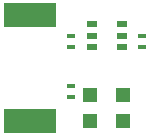
<source format=gbp>
G04*
G04 #@! TF.GenerationSoftware,Altium Limited,Altium Designer,24.4.1 (13)*
G04*
G04 Layer_Color=128*
%FSLAX44Y44*%
%MOMM*%
G71*
G04*
G04 #@! TF.SameCoordinates,44DCB5E1-04CF-47D5-A710-08A0CD88592B*
G04*
G04*
G04 #@! TF.FilePolarity,Positive*
G04*
G01*
G75*
%ADD19R,4.5000X2.0000*%
%ADD21R,1.2000X1.2000*%
%ADD22R,0.7000X0.4000*%
%ADD23R,0.9000X0.6000*%
D19*
X160000Y104750D02*
D03*
Y15250D02*
D03*
D21*
X239000Y37500D02*
D03*
X211000D02*
D03*
Y15000D02*
D03*
X239000D02*
D03*
D22*
X195000Y44500D02*
D03*
Y35500D02*
D03*
Y78000D02*
D03*
Y87000D02*
D03*
X255000D02*
D03*
Y78000D02*
D03*
D23*
X238000D02*
D03*
X212000Y97000D02*
D03*
Y87500D02*
D03*
Y78000D02*
D03*
X238000Y97000D02*
D03*
Y87500D02*
D03*
M02*

</source>
